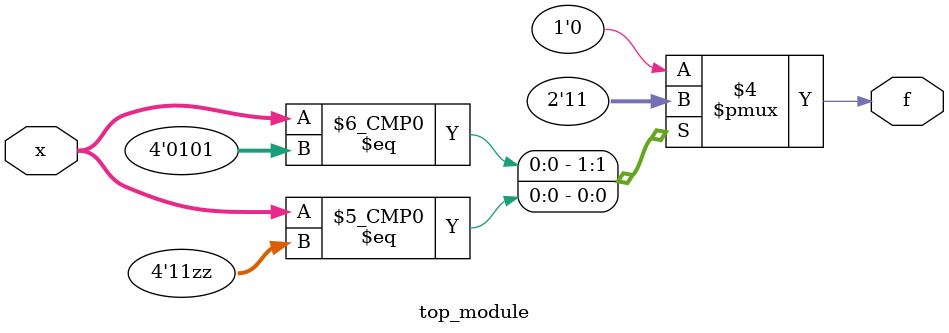
<source format=sv>
module top_module (
	input [4:1] x,
	output logic f
);

always_comb begin
    case (x)
        4'b00?: f = 0;
        4'b0101: f = 1;
        4'b11??: f = 1;
        4'b10??, 4'b11??, 4'b1???, 4'b?111: f = 0;
        default: f = 0; // Don't cares
    endcase
end

endmodule

</source>
